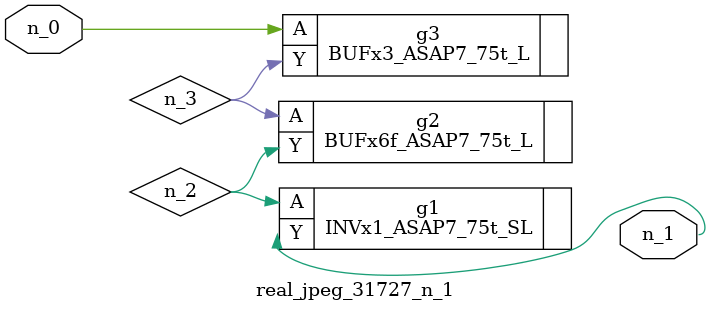
<source format=v>
module real_jpeg_31727_n_1 (n_0, n_1);

input n_0;

output n_1;

wire n_3;
wire n_2;

BUFx3_ASAP7_75t_L g3 ( 
.A(n_0),
.Y(n_3)
);

INVx1_ASAP7_75t_SL g1 ( 
.A(n_2),
.Y(n_1)
);

BUFx6f_ASAP7_75t_L g2 ( 
.A(n_3),
.Y(n_2)
);


endmodule
</source>
